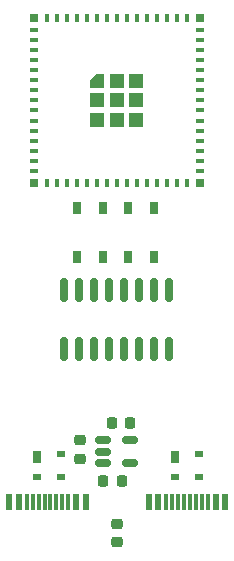
<source format=gbr>
%TF.GenerationSoftware,KiCad,Pcbnew,(6.0.9)*%
%TF.CreationDate,2022-11-21T22:18:44+02:00*%
%TF.ProjectId,esp32s2_devboard,65737033-3273-4325-9f64-6576626f6172,rev?*%
%TF.SameCoordinates,Original*%
%TF.FileFunction,Paste,Top*%
%TF.FilePolarity,Positive*%
%FSLAX46Y46*%
G04 Gerber Fmt 4.6, Leading zero omitted, Abs format (unit mm)*
G04 Created by KiCad (PCBNEW (6.0.9)) date 2022-11-21 22:18:44*
%MOMM*%
%LPD*%
G01*
G04 APERTURE LIST*
G04 Aperture macros list*
%AMRoundRect*
0 Rectangle with rounded corners*
0 $1 Rounding radius*
0 $2 $3 $4 $5 $6 $7 $8 $9 X,Y pos of 4 corners*
0 Add a 4 corners polygon primitive as box body*
4,1,4,$2,$3,$4,$5,$6,$7,$8,$9,$2,$3,0*
0 Add four circle primitives for the rounded corners*
1,1,$1+$1,$2,$3*
1,1,$1+$1,$4,$5*
1,1,$1+$1,$6,$7*
1,1,$1+$1,$8,$9*
0 Add four rect primitives between the rounded corners*
20,1,$1+$1,$2,$3,$4,$5,0*
20,1,$1+$1,$4,$5,$6,$7,0*
20,1,$1+$1,$6,$7,$8,$9,0*
20,1,$1+$1,$8,$9,$2,$3,0*%
%AMFreePoly0*
4,1,6,0.600000,-0.600000,-0.600000,-0.600000,-0.600000,0.000000,0.000000,0.600000,0.600000,0.600000,0.600000,-0.600000,0.600000,-0.600000,$1*%
G04 Aperture macros list end*
%ADD10R,0.700000X1.000000*%
%ADD11R,0.700000X0.600000*%
%ADD12RoundRect,0.218750X0.256250X-0.218750X0.256250X0.218750X-0.256250X0.218750X-0.256250X-0.218750X0*%
%ADD13RoundRect,0.225000X0.225000X0.250000X-0.225000X0.250000X-0.225000X-0.250000X0.225000X-0.250000X0*%
%ADD14RoundRect,0.225000X-0.225000X-0.250000X0.225000X-0.250000X0.225000X0.250000X-0.225000X0.250000X0*%
%ADD15R,0.650000X1.050000*%
%ADD16RoundRect,0.150000X-0.512500X-0.150000X0.512500X-0.150000X0.512500X0.150000X-0.512500X0.150000X0*%
%ADD17RoundRect,0.150000X-0.150000X0.825000X-0.150000X-0.825000X0.150000X-0.825000X0.150000X0.825000X0*%
%ADD18R,0.600000X1.450000*%
%ADD19R,0.300000X1.450000*%
%ADD20R,0.800000X0.400000*%
%ADD21R,0.400000X0.800000*%
%ADD22R,1.200000X1.200000*%
%ADD23FreePoly0,0.000000*%
%ADD24R,0.800000X0.800000*%
G04 APERTURE END LIST*
D10*
%TO.C,D2*%
X155790000Y-86054999D03*
D11*
X155790000Y-87754999D03*
X157790000Y-87754999D03*
X157790000Y-85854999D03*
%TD*%
D12*
%TO.C,F1*%
X159400000Y-86237500D03*
X159400000Y-84662500D03*
%TD*%
D13*
%TO.C,C6*%
X163697500Y-83157501D03*
X162147500Y-83157501D03*
%TD*%
D14*
%TO.C,C3*%
X161422500Y-88132500D03*
X162972500Y-88132500D03*
%TD*%
D10*
%TO.C,D1*%
X167500000Y-86054999D03*
D11*
X167500000Y-87754999D03*
X169500000Y-87754999D03*
X169500000Y-85854999D03*
%TD*%
D15*
%TO.C,SW2*%
X159220000Y-69145000D03*
X159220000Y-64995000D03*
X161370000Y-69145000D03*
X161370000Y-64995000D03*
%TD*%
D16*
%TO.C,U2*%
X161422500Y-84662500D03*
X161422500Y-85612500D03*
X161422500Y-86562500D03*
X163697500Y-86562500D03*
X163697500Y-84662500D03*
%TD*%
D12*
%TO.C,D3*%
X162560000Y-93304999D03*
X162560000Y-91729999D03*
%TD*%
D17*
%TO.C,U3*%
X166945000Y-71970000D03*
X165675000Y-71970000D03*
X164405000Y-71970000D03*
X163135000Y-71970000D03*
X161865000Y-71970000D03*
X160595000Y-71970000D03*
X159325000Y-71970000D03*
X158055000Y-71970000D03*
X158055000Y-76920000D03*
X159325000Y-76920000D03*
X160595000Y-76920000D03*
X161865000Y-76920000D03*
X163135000Y-76920000D03*
X164405000Y-76920000D03*
X165675000Y-76920000D03*
X166945000Y-76920000D03*
%TD*%
D18*
%TO.C,J2*%
X153440000Y-89859999D03*
X154240000Y-89859999D03*
D19*
X155440000Y-89859999D03*
X156440000Y-89859999D03*
X156940000Y-89859999D03*
X157940000Y-89859999D03*
D18*
X159140000Y-89859999D03*
X159940000Y-89859999D03*
X159940000Y-89859999D03*
X159140000Y-89859999D03*
D19*
X158440000Y-89859999D03*
X157440000Y-89859999D03*
X155940000Y-89859999D03*
X154940000Y-89859999D03*
D18*
X154240000Y-89859999D03*
X153440000Y-89859999D03*
%TD*%
%TO.C,J1*%
X165250000Y-89859999D03*
X166050000Y-89859999D03*
D19*
X167250000Y-89859999D03*
X168250000Y-89859999D03*
X168750000Y-89859999D03*
X169750000Y-89859999D03*
D18*
X170950000Y-89859999D03*
X171750000Y-89859999D03*
X171750000Y-89859999D03*
X170950000Y-89859999D03*
D19*
X170250000Y-89859999D03*
X169250000Y-89859999D03*
X167750000Y-89859999D03*
X166750000Y-89859999D03*
D18*
X166050000Y-89859999D03*
X165250000Y-89859999D03*
%TD*%
D20*
%TO.C,U1*%
X155560000Y-49930000D03*
X155560000Y-50780000D03*
X155560000Y-51630000D03*
X155560000Y-52480000D03*
X155560000Y-53330000D03*
X155560000Y-54180000D03*
X155560000Y-55030000D03*
X155560000Y-55880000D03*
X155560000Y-56730000D03*
X155560000Y-57580000D03*
X155560000Y-58430000D03*
X155560000Y-59280000D03*
X155560000Y-60130000D03*
X155560000Y-60980000D03*
X155560000Y-61830000D03*
D21*
X156610000Y-62880000D03*
X157460000Y-62880000D03*
X158310000Y-62880000D03*
X159160000Y-62880000D03*
X160010000Y-62880000D03*
X160860000Y-62880000D03*
X161710000Y-62880000D03*
X162560000Y-62880000D03*
X163410000Y-62880000D03*
X164260000Y-62880000D03*
X165110000Y-62880000D03*
X165960000Y-62880000D03*
X166810000Y-62880000D03*
X167660000Y-62880000D03*
X168510000Y-62880000D03*
D20*
X169560000Y-61830000D03*
X169560000Y-60980000D03*
X169560000Y-60130000D03*
X169560000Y-59280000D03*
X169560000Y-58430000D03*
X169560000Y-57580000D03*
X169560000Y-56730000D03*
X169560000Y-55880000D03*
X169560000Y-55030000D03*
X169560000Y-54180000D03*
X169560000Y-53330000D03*
X169560000Y-52480000D03*
X169560000Y-51630000D03*
X169560000Y-50780000D03*
X169560000Y-49930000D03*
D21*
X168510000Y-48880000D03*
X167660000Y-48880000D03*
X166810000Y-48880000D03*
X165960000Y-48880000D03*
X165110000Y-48880000D03*
X164260000Y-48880000D03*
X163410000Y-48880000D03*
X162560000Y-48880000D03*
X161710000Y-48880000D03*
X160860000Y-48880000D03*
X160010000Y-48880000D03*
X159160000Y-48880000D03*
X158310000Y-48880000D03*
X157460000Y-48880000D03*
X156610000Y-48880000D03*
D22*
X162560000Y-54230000D03*
X164210000Y-54230000D03*
X162560000Y-55880000D03*
X164210000Y-55880000D03*
X160910000Y-57530000D03*
X162560000Y-57530000D03*
X160910000Y-55880000D03*
D23*
X160910000Y-54230000D03*
D22*
X164210000Y-57530000D03*
D24*
X155560000Y-48880000D03*
X155560000Y-62880000D03*
X169560000Y-62880000D03*
X169560000Y-48880000D03*
%TD*%
D15*
%TO.C,SW1*%
X163520000Y-69144999D03*
X163520000Y-64994999D03*
X165670000Y-69144999D03*
X165670000Y-64994999D03*
%TD*%
M02*

</source>
